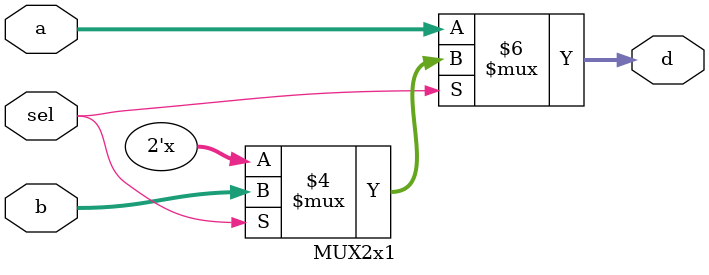
<source format=v>
`timescale 1ns / 1ps
module MUX2x1(a,b,sel,d);

	parameter DATAWIDTH = 2;
	input  [DATAWIDTH-1 : 0] a, b;
	input sel;

	output reg [DATAWIDTH-1 :0] d;

	always@(a, b,sel) begin
		if(sel == 1) begin
			d <= b;
		end
		
		if(sel == 0) begin
			d <= a;
		end
	end


endmodule

</source>
